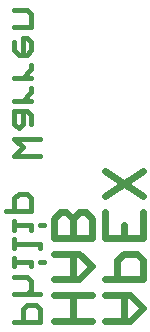
<source format=gbo>
G75*
G70*
%OFA0B0*%
%FSLAX24Y24*%
%IPPOS*%
%LPD*%
%AMOC8*
5,1,8,0,0,1.08239X$1,22.5*
%
%ADD10C,0.0230*%
%ADD11C,0.0150*%
D10*
X002101Y000732D02*
X003372Y000732D01*
X003372Y001580D02*
X002101Y001580D01*
X002101Y002114D02*
X002948Y002114D01*
X003372Y002537D01*
X002948Y002961D01*
X002101Y002961D01*
X002101Y003495D02*
X002101Y004130D01*
X002313Y004342D01*
X002525Y004342D01*
X002736Y004130D01*
X002736Y003495D01*
X002736Y002961D02*
X002736Y002114D01*
X002736Y001580D02*
X002736Y000732D01*
X003801Y000732D02*
X004648Y000732D01*
X005072Y001156D01*
X004648Y001580D01*
X003801Y001580D01*
X003801Y002114D02*
X005072Y002114D01*
X005072Y002749D01*
X004860Y002961D01*
X004436Y002961D01*
X004225Y002749D01*
X004225Y002114D01*
X004436Y001580D02*
X004436Y000732D01*
X004436Y003495D02*
X004436Y003918D01*
X003801Y003495D02*
X003801Y004342D01*
X003801Y004876D02*
X005072Y005723D01*
X005072Y004876D02*
X003801Y005723D01*
X003160Y004342D02*
X003372Y004130D01*
X003372Y003495D01*
X002101Y003495D01*
X002736Y004130D02*
X002948Y004342D01*
X003160Y004342D01*
X003801Y003495D02*
X005072Y003495D01*
X005072Y004342D01*
D11*
X001637Y000700D02*
X000786Y000700D01*
X001070Y000700D02*
X001070Y001125D01*
X001212Y001267D01*
X001495Y001267D01*
X001637Y001125D01*
X001637Y000700D01*
X001637Y001621D02*
X000786Y001621D01*
X000786Y002188D02*
X001212Y002188D01*
X001354Y002046D01*
X001354Y001762D01*
X001212Y001621D01*
X001354Y002541D02*
X001354Y002683D01*
X000786Y002683D01*
X000786Y002541D02*
X000786Y002825D01*
X000786Y003155D02*
X000786Y003439D01*
X000786Y003297D02*
X001637Y003297D01*
X001637Y003155D01*
X001637Y002683D02*
X001779Y002683D01*
X001354Y003769D02*
X001354Y003911D01*
X000786Y003911D01*
X000786Y003769D02*
X000786Y004053D01*
X000786Y004383D02*
X000786Y004808D01*
X000928Y004950D01*
X001212Y004950D01*
X001354Y004808D01*
X001354Y004383D01*
X000503Y004383D01*
X000786Y006225D02*
X001070Y006508D01*
X000786Y006792D01*
X001637Y006792D01*
X001637Y006225D02*
X000786Y006225D01*
X000928Y007145D02*
X001070Y007287D01*
X001070Y007713D01*
X001212Y007713D02*
X000786Y007713D01*
X000786Y007287D01*
X000928Y007145D01*
X001354Y007571D02*
X001212Y007713D01*
X001354Y007571D02*
X001354Y007287D01*
X001354Y008066D02*
X000786Y008066D01*
X000786Y008833D02*
X001354Y008833D01*
X001070Y008833D02*
X001354Y009117D01*
X001354Y009259D01*
X001212Y009601D02*
X001354Y009743D01*
X001354Y010026D01*
X001212Y010168D01*
X001070Y010168D01*
X001070Y009601D01*
X000928Y009601D02*
X001212Y009601D01*
X000928Y009601D02*
X000786Y009743D01*
X000786Y010026D01*
X000786Y010522D02*
X001354Y010522D01*
X001354Y010947D01*
X001212Y011089D01*
X000786Y011089D01*
X001354Y008492D02*
X001354Y008350D01*
X001070Y008066D01*
X001637Y003911D02*
X001779Y003911D01*
M02*

</source>
